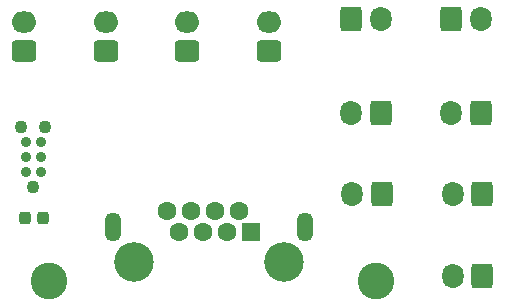
<source format=gbr>
%TF.GenerationSoftware,KiCad,Pcbnew,7.0.7*%
%TF.CreationDate,2023-09-01T18:47:46-05:00*%
%TF.ProjectId,ControlPanelSTM32QFN28,436f6e74-726f-46c5-9061-6e656c53544d,rev?*%
%TF.SameCoordinates,Original*%
%TF.FileFunction,Soldermask,Top*%
%TF.FilePolarity,Negative*%
%FSLAX46Y46*%
G04 Gerber Fmt 4.6, Leading zero omitted, Abs format (unit mm)*
G04 Created by KiCad (PCBNEW 7.0.7) date 2023-09-01 18:47:46*
%MOMM*%
%LPD*%
G01*
G04 APERTURE LIST*
G04 Aperture macros list*
%AMRoundRect*
0 Rectangle with rounded corners*
0 $1 Rounding radius*
0 $2 $3 $4 $5 $6 $7 $8 $9 X,Y pos of 4 corners*
0 Add a 4 corners polygon primitive as box body*
4,1,4,$2,$3,$4,$5,$6,$7,$8,$9,$2,$3,0*
0 Add four circle primitives for the rounded corners*
1,1,$1+$1,$2,$3*
1,1,$1+$1,$4,$5*
1,1,$1+$1,$6,$7*
1,1,$1+$1,$8,$9*
0 Add four rect primitives between the rounded corners*
20,1,$1+$1,$2,$3,$4,$5,0*
20,1,$1+$1,$4,$5,$6,$7,0*
20,1,$1+$1,$6,$7,$8,$9,0*
20,1,$1+$1,$8,$9,$2,$3,0*%
G04 Aperture macros list end*
%ADD10RoundRect,0.276000X-0.225000X-0.250000X0.225000X-0.250000X0.225000X0.250000X-0.225000X0.250000X0*%
%ADD11C,0.889400*%
%ADD12C,1.092600*%
%ADD13C,3.102000*%
%ADD14RoundRect,0.301000X-0.600000X-0.750000X0.600000X-0.750000X0.600000X0.750000X-0.600000X0.750000X0*%
%ADD15O,1.802000X2.102000*%
%ADD16RoundRect,0.301000X0.600000X0.750000X-0.600000X0.750000X-0.600000X-0.750000X0.600000X-0.750000X0*%
%ADD17C,3.352000*%
%ADD18RoundRect,0.051000X-0.750000X-0.750000X0.750000X-0.750000X0.750000X0.750000X-0.750000X0.750000X0*%
%ADD19C,1.602000*%
%ADD20O,1.361000X2.464000*%
%ADD21RoundRect,0.301000X0.750000X-0.600000X0.750000X0.600000X-0.750000X0.600000X-0.750000X-0.600000X0*%
%ADD22O,2.102000X1.802000*%
G04 APERTURE END LIST*
D10*
%TO.C,D1*%
X134581600Y-105333800D03*
X136131600Y-105333800D03*
%TD*%
D11*
%TO.C,J2*%
X134645400Y-98856800D03*
X135915400Y-98856800D03*
X134645400Y-100126800D03*
X135915400Y-100126800D03*
X134645400Y-101396800D03*
X135915400Y-101396800D03*
D12*
X135280400Y-102666800D03*
X134264400Y-97586800D03*
X136296400Y-97586800D03*
%TD*%
D13*
%TO.C,*%
X164338000Y-110678000D03*
%TD*%
%TO.C,*%
X136638000Y-110678000D03*
%TD*%
D14*
%TO.C,J11*%
X170700000Y-88500000D03*
D15*
X173200000Y-88500000D03*
%TD*%
D14*
%TO.C,J10*%
X162200000Y-88500000D03*
D15*
X164700000Y-88500000D03*
%TD*%
D16*
%TO.C,J8*%
X164700000Y-96400000D03*
D15*
X162200000Y-96400000D03*
%TD*%
D16*
%TO.C,J12*%
X173200000Y-96400000D03*
D15*
X170700000Y-96400000D03*
%TD*%
D16*
%TO.C,J13*%
X164800000Y-103300000D03*
D15*
X162300000Y-103300000D03*
%TD*%
D16*
%TO.C,J14*%
X173300000Y-103300000D03*
D15*
X170800000Y-103300000D03*
%TD*%
D16*
%TO.C,J15*%
X173300000Y-110200000D03*
D15*
X170800000Y-110200000D03*
%TD*%
D17*
%TO.C,J1*%
X143843280Y-108999020D03*
X156543280Y-108999020D03*
D18*
X153742580Y-106459020D03*
D19*
X152722580Y-104679020D03*
X151712580Y-106459020D03*
X150692580Y-104679020D03*
X149682580Y-106459020D03*
X148662580Y-104679020D03*
X147652580Y-106459020D03*
X146632580Y-104679020D03*
D20*
X142063280Y-106097070D03*
X158323280Y-106097070D03*
%TD*%
D21*
%TO.C,J5*%
X155250000Y-91200000D03*
D22*
X155250000Y-88700000D03*
%TD*%
D21*
%TO.C,J9*%
X134550000Y-91200000D03*
D22*
X134550000Y-88700000D03*
%TD*%
D21*
%TO.C,J7*%
X141450000Y-91200000D03*
D22*
X141450000Y-88700000D03*
%TD*%
D21*
%TO.C,J6*%
X148350000Y-91200000D03*
D22*
X148350000Y-88700000D03*
%TD*%
M02*

</source>
